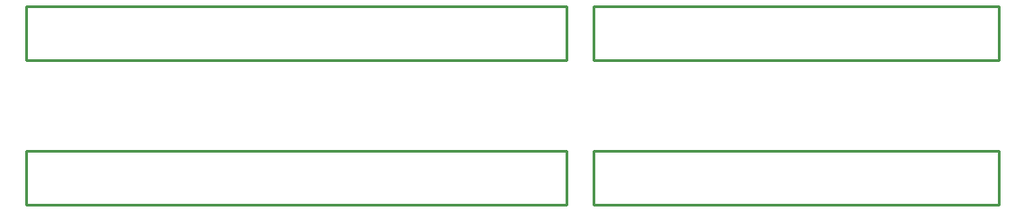
<source format=gbr>
G04 DipTrace 4.3.0.5*
G04 TopSilk.gbr*
%MOMM*%
G04 #@! TF.FileFunction,Legend,Top*
G04 #@! TF.Part,Single*
%ADD10C,0.25*%
%FSLAX35Y35*%
G04*
G71*
G90*
G75*
G01*
G04 TopSilk*
%LPD*%
X4572000Y-127000D2*
D10*
Y381000D1*
X762000D1*
Y-127000D1*
X4572000D1*
X508000D2*
Y381000D1*
X-4572000D1*
Y-127000D1*
X508000D1*
X4572000Y1238250D2*
Y1746250D1*
X762000D1*
Y1238250D1*
X4572000D1*
X508000D2*
Y1746250D1*
X-4572000D1*
Y1238250D1*
X508000D1*
M02*

</source>
